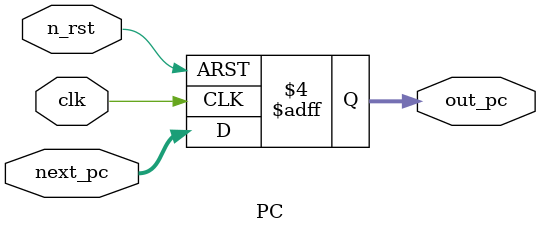
<source format=v>
module PC(
    input clk,
    input n_rst,
    input [31:0] next_pc,
    output reg [31:0] out_pc
);
    initial begin
        out_pc = 0;
    end

    always @(posedge clk or negedge n_rst) begin
        if(!n_rst)
            out_pc <= 0;
        else
            out_pc <= next_pc;
    end
endmodule
</source>
